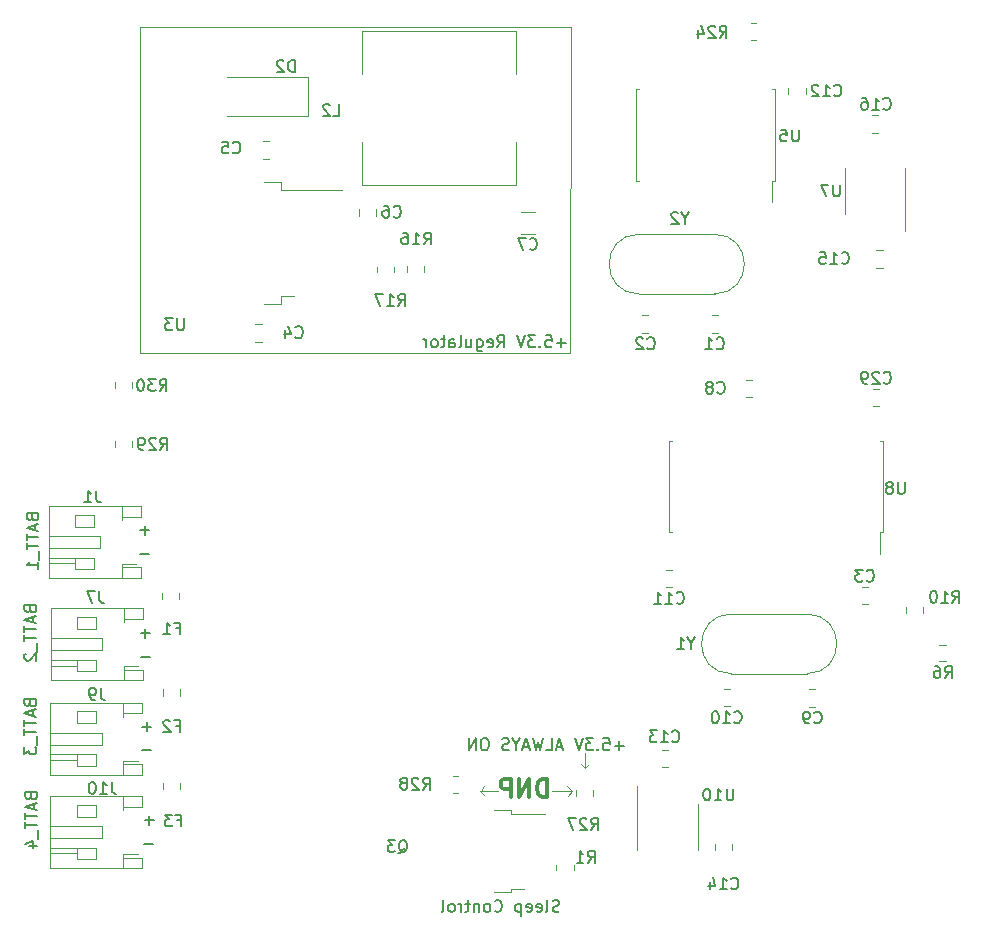
<source format=gbr>
G04 #@! TF.GenerationSoftware,KiCad,Pcbnew,(5.1.6)-1*
G04 #@! TF.CreationDate,2021-11-02T10:07:08-04:00*
G04 #@! TF.ProjectId,payload2020_papa_board,7061796c-6f61-4643-9230-32305f706170,rev?*
G04 #@! TF.SameCoordinates,Original*
G04 #@! TF.FileFunction,Legend,Bot*
G04 #@! TF.FilePolarity,Positive*
%FSLAX46Y46*%
G04 Gerber Fmt 4.6, Leading zero omitted, Abs format (unit mm)*
G04 Created by KiCad (PCBNEW (5.1.6)-1) date 2021-11-02 10:07:08*
%MOMM*%
%LPD*%
G01*
G04 APERTURE LIST*
%ADD10C,0.150000*%
%ADD11C,0.120000*%
%ADD12C,0.300000*%
G04 APERTURE END LIST*
D10*
X113029952Y-136469428D02*
X112268047Y-136469428D01*
X112649000Y-136850380D02*
X112649000Y-136088476D01*
X113004552Y-138450628D02*
X112242647Y-138450628D01*
X112801352Y-130500428D02*
X112039447Y-130500428D01*
X112826752Y-128519228D02*
X112064847Y-128519228D01*
X112445800Y-128900180D02*
X112445800Y-128138276D01*
X112699752Y-122601028D02*
X111937847Y-122601028D01*
X112725152Y-120619828D02*
X111963247Y-120619828D01*
X112344200Y-121000780D02*
X112344200Y-120238876D01*
X112623552Y-113888828D02*
X111861647Y-113888828D01*
X112648952Y-111907628D02*
X111887047Y-111907628D01*
X112268000Y-112288580D02*
X112268000Y-111526676D01*
D11*
X149539960Y-132031740D02*
X149857460Y-131681220D01*
X149539960Y-132021580D02*
X149212300Y-131660900D01*
X149534880Y-130738880D02*
X149539960Y-132021580D01*
D10*
X152826219Y-130129588D02*
X152064314Y-130129588D01*
X152445266Y-130510540D02*
X152445266Y-129748636D01*
X151111933Y-129510540D02*
X151588123Y-129510540D01*
X151635742Y-129986731D01*
X151588123Y-129939112D01*
X151492885Y-129891493D01*
X151254790Y-129891493D01*
X151159552Y-129939112D01*
X151111933Y-129986731D01*
X151064314Y-130081969D01*
X151064314Y-130320064D01*
X151111933Y-130415302D01*
X151159552Y-130462921D01*
X151254790Y-130510540D01*
X151492885Y-130510540D01*
X151588123Y-130462921D01*
X151635742Y-130415302D01*
X150635742Y-130415302D02*
X150588123Y-130462921D01*
X150635742Y-130510540D01*
X150683361Y-130462921D01*
X150635742Y-130415302D01*
X150635742Y-130510540D01*
X150254790Y-129510540D02*
X149635742Y-129510540D01*
X149969076Y-129891493D01*
X149826219Y-129891493D01*
X149730980Y-129939112D01*
X149683361Y-129986731D01*
X149635742Y-130081969D01*
X149635742Y-130320064D01*
X149683361Y-130415302D01*
X149730980Y-130462921D01*
X149826219Y-130510540D01*
X150111933Y-130510540D01*
X150207171Y-130462921D01*
X150254790Y-130415302D01*
X149350028Y-129510540D02*
X149016695Y-130510540D01*
X148683361Y-129510540D01*
X147635742Y-130224826D02*
X147159552Y-130224826D01*
X147730980Y-130510540D02*
X147397647Y-129510540D01*
X147064314Y-130510540D01*
X146254790Y-130510540D02*
X146730980Y-130510540D01*
X146730980Y-129510540D01*
X146016695Y-129510540D02*
X145778600Y-130510540D01*
X145588123Y-129796255D01*
X145397647Y-130510540D01*
X145159552Y-129510540D01*
X144826219Y-130224826D02*
X144350028Y-130224826D01*
X144921457Y-130510540D02*
X144588123Y-129510540D01*
X144254790Y-130510540D01*
X143730980Y-130034350D02*
X143730980Y-130510540D01*
X144064314Y-129510540D02*
X143730980Y-130034350D01*
X143397647Y-129510540D01*
X143111933Y-130462921D02*
X142969076Y-130510540D01*
X142730980Y-130510540D01*
X142635742Y-130462921D01*
X142588123Y-130415302D01*
X142540504Y-130320064D01*
X142540504Y-130224826D01*
X142588123Y-130129588D01*
X142635742Y-130081969D01*
X142730980Y-130034350D01*
X142921457Y-129986731D01*
X143016695Y-129939112D01*
X143064314Y-129891493D01*
X143111933Y-129796255D01*
X143111933Y-129701017D01*
X143064314Y-129605779D01*
X143016695Y-129558160D01*
X142921457Y-129510540D01*
X142683361Y-129510540D01*
X142540504Y-129558160D01*
X141159552Y-129510540D02*
X140969076Y-129510540D01*
X140873838Y-129558160D01*
X140778600Y-129653398D01*
X140730980Y-129843874D01*
X140730980Y-130177207D01*
X140778600Y-130367683D01*
X140873838Y-130462921D01*
X140969076Y-130510540D01*
X141159552Y-130510540D01*
X141254790Y-130462921D01*
X141350028Y-130367683D01*
X141397647Y-130177207D01*
X141397647Y-129843874D01*
X141350028Y-129653398D01*
X141254790Y-129558160D01*
X141159552Y-129510540D01*
X140302409Y-130510540D02*
X140302409Y-129510540D01*
X139730980Y-130510540D01*
X139730980Y-129510540D01*
D11*
X148427440Y-133949440D02*
X148102320Y-134406640D01*
X148046440Y-133568440D02*
X148427440Y-133949440D01*
X148427440Y-133949440D02*
X148046440Y-133568440D01*
X146743420Y-133954520D02*
X148427440Y-133949440D01*
X140693140Y-133934200D02*
X141033500Y-134315200D01*
X140713460Y-133934200D02*
X140992860Y-133573520D01*
X142184120Y-133936740D02*
X140713460Y-133934200D01*
D12*
X146332571Y-134476571D02*
X146332571Y-132976571D01*
X145975428Y-132976571D01*
X145761142Y-133048000D01*
X145618285Y-133190857D01*
X145546857Y-133333714D01*
X145475428Y-133619428D01*
X145475428Y-133833714D01*
X145546857Y-134119428D01*
X145618285Y-134262285D01*
X145761142Y-134405142D01*
X145975428Y-134476571D01*
X146332571Y-134476571D01*
X144832571Y-134476571D02*
X144832571Y-132976571D01*
X143975428Y-134476571D01*
X143975428Y-132976571D01*
X143261142Y-134476571D02*
X143261142Y-132976571D01*
X142689714Y-132976571D01*
X142546857Y-133048000D01*
X142475428Y-133119428D01*
X142404000Y-133262285D01*
X142404000Y-133476571D01*
X142475428Y-133619428D01*
X142546857Y-133690857D01*
X142689714Y-133762285D01*
X143261142Y-133762285D01*
D11*
X148336000Y-69296280D02*
X148315680Y-96860360D01*
D10*
X147381380Y-144152761D02*
X147238523Y-144200380D01*
X147000428Y-144200380D01*
X146905190Y-144152761D01*
X146857571Y-144105142D01*
X146809952Y-144009904D01*
X146809952Y-143914666D01*
X146857571Y-143819428D01*
X146905190Y-143771809D01*
X147000428Y-143724190D01*
X147190904Y-143676571D01*
X147286142Y-143628952D01*
X147333761Y-143581333D01*
X147381380Y-143486095D01*
X147381380Y-143390857D01*
X147333761Y-143295619D01*
X147286142Y-143248000D01*
X147190904Y-143200380D01*
X146952809Y-143200380D01*
X146809952Y-143248000D01*
X146238523Y-144200380D02*
X146333761Y-144152761D01*
X146381380Y-144057523D01*
X146381380Y-143200380D01*
X145476619Y-144152761D02*
X145571857Y-144200380D01*
X145762333Y-144200380D01*
X145857571Y-144152761D01*
X145905190Y-144057523D01*
X145905190Y-143676571D01*
X145857571Y-143581333D01*
X145762333Y-143533714D01*
X145571857Y-143533714D01*
X145476619Y-143581333D01*
X145429000Y-143676571D01*
X145429000Y-143771809D01*
X145905190Y-143867047D01*
X144619476Y-144152761D02*
X144714714Y-144200380D01*
X144905190Y-144200380D01*
X145000428Y-144152761D01*
X145048047Y-144057523D01*
X145048047Y-143676571D01*
X145000428Y-143581333D01*
X144905190Y-143533714D01*
X144714714Y-143533714D01*
X144619476Y-143581333D01*
X144571857Y-143676571D01*
X144571857Y-143771809D01*
X145048047Y-143867047D01*
X144143285Y-143533714D02*
X144143285Y-144533714D01*
X144143285Y-143581333D02*
X144048047Y-143533714D01*
X143857571Y-143533714D01*
X143762333Y-143581333D01*
X143714714Y-143628952D01*
X143667095Y-143724190D01*
X143667095Y-144009904D01*
X143714714Y-144105142D01*
X143762333Y-144152761D01*
X143857571Y-144200380D01*
X144048047Y-144200380D01*
X144143285Y-144152761D01*
X141905190Y-144105142D02*
X141952809Y-144152761D01*
X142095666Y-144200380D01*
X142190904Y-144200380D01*
X142333761Y-144152761D01*
X142429000Y-144057523D01*
X142476619Y-143962285D01*
X142524238Y-143771809D01*
X142524238Y-143628952D01*
X142476619Y-143438476D01*
X142429000Y-143343238D01*
X142333761Y-143248000D01*
X142190904Y-143200380D01*
X142095666Y-143200380D01*
X141952809Y-143248000D01*
X141905190Y-143295619D01*
X141333761Y-144200380D02*
X141429000Y-144152761D01*
X141476619Y-144105142D01*
X141524238Y-144009904D01*
X141524238Y-143724190D01*
X141476619Y-143628952D01*
X141429000Y-143581333D01*
X141333761Y-143533714D01*
X141190904Y-143533714D01*
X141095666Y-143581333D01*
X141048047Y-143628952D01*
X141000428Y-143724190D01*
X141000428Y-144009904D01*
X141048047Y-144105142D01*
X141095666Y-144152761D01*
X141190904Y-144200380D01*
X141333761Y-144200380D01*
X140571857Y-143533714D02*
X140571857Y-144200380D01*
X140571857Y-143628952D02*
X140524238Y-143581333D01*
X140429000Y-143533714D01*
X140286142Y-143533714D01*
X140190904Y-143581333D01*
X140143285Y-143676571D01*
X140143285Y-144200380D01*
X139809952Y-143533714D02*
X139429000Y-143533714D01*
X139667095Y-143200380D02*
X139667095Y-144057523D01*
X139619476Y-144152761D01*
X139524238Y-144200380D01*
X139429000Y-144200380D01*
X139095666Y-144200380D02*
X139095666Y-143533714D01*
X139095666Y-143724190D02*
X139048047Y-143628952D01*
X139000428Y-143581333D01*
X138905190Y-143533714D01*
X138809952Y-143533714D01*
X138333761Y-144200380D02*
X138429000Y-144152761D01*
X138476619Y-144105142D01*
X138524238Y-144009904D01*
X138524238Y-143724190D01*
X138476619Y-143628952D01*
X138429000Y-143581333D01*
X138333761Y-143533714D01*
X138190904Y-143533714D01*
X138095666Y-143581333D01*
X138048047Y-143628952D01*
X138000428Y-143724190D01*
X138000428Y-144009904D01*
X138048047Y-144105142D01*
X138095666Y-144152761D01*
X138190904Y-144200380D01*
X138333761Y-144200380D01*
X137429000Y-144200380D02*
X137524238Y-144152761D01*
X137571857Y-144057523D01*
X137571857Y-143200380D01*
D11*
X148336000Y-69296280D02*
X111861600Y-69291200D01*
X111861600Y-96850200D02*
X148310600Y-96865440D01*
X111861600Y-69291200D02*
X111861600Y-96850200D01*
D10*
X102633471Y-134431969D02*
X102681090Y-134574826D01*
X102728709Y-134622445D01*
X102823947Y-134670064D01*
X102966804Y-134670064D01*
X103062042Y-134622445D01*
X103109661Y-134574826D01*
X103157280Y-134479588D01*
X103157280Y-134098636D01*
X102157280Y-134098636D01*
X102157280Y-134431969D01*
X102204900Y-134527207D01*
X102252519Y-134574826D01*
X102347757Y-134622445D01*
X102442995Y-134622445D01*
X102538233Y-134574826D01*
X102585852Y-134527207D01*
X102633471Y-134431969D01*
X102633471Y-134098636D01*
X102871566Y-135051017D02*
X102871566Y-135527207D01*
X103157280Y-134955779D02*
X102157280Y-135289112D01*
X103157280Y-135622445D01*
X102157280Y-135812921D02*
X102157280Y-136384350D01*
X103157280Y-136098636D02*
X102157280Y-136098636D01*
X102157280Y-136574826D02*
X102157280Y-137146255D01*
X103157280Y-136860540D02*
X102157280Y-136860540D01*
X103252519Y-137241493D02*
X103252519Y-138003398D01*
X102490614Y-138670064D02*
X103157280Y-138670064D01*
X102109661Y-138431969D02*
X102823947Y-138193874D01*
X102823947Y-138812921D01*
X102562351Y-126547809D02*
X102609970Y-126690666D01*
X102657589Y-126738285D01*
X102752827Y-126785904D01*
X102895684Y-126785904D01*
X102990922Y-126738285D01*
X103038541Y-126690666D01*
X103086160Y-126595428D01*
X103086160Y-126214476D01*
X102086160Y-126214476D01*
X102086160Y-126547809D01*
X102133780Y-126643047D01*
X102181399Y-126690666D01*
X102276637Y-126738285D01*
X102371875Y-126738285D01*
X102467113Y-126690666D01*
X102514732Y-126643047D01*
X102562351Y-126547809D01*
X102562351Y-126214476D01*
X102800446Y-127166857D02*
X102800446Y-127643047D01*
X103086160Y-127071619D02*
X102086160Y-127404952D01*
X103086160Y-127738285D01*
X102086160Y-127928761D02*
X102086160Y-128500190D01*
X103086160Y-128214476D02*
X102086160Y-128214476D01*
X102086160Y-128690666D02*
X102086160Y-129262095D01*
X103086160Y-128976380D02*
X102086160Y-128976380D01*
X103181399Y-129357333D02*
X103181399Y-130119238D01*
X102086160Y-130262095D02*
X102086160Y-130881142D01*
X102467113Y-130547809D01*
X102467113Y-130690666D01*
X102514732Y-130785904D01*
X102562351Y-130833523D01*
X102657589Y-130881142D01*
X102895684Y-130881142D01*
X102990922Y-130833523D01*
X103038541Y-130785904D01*
X103086160Y-130690666D01*
X103086160Y-130404952D01*
X103038541Y-130309714D01*
X102990922Y-130262095D01*
X102577591Y-118595069D02*
X102625210Y-118737926D01*
X102672829Y-118785545D01*
X102768067Y-118833164D01*
X102910924Y-118833164D01*
X103006162Y-118785545D01*
X103053781Y-118737926D01*
X103101400Y-118642688D01*
X103101400Y-118261736D01*
X102101400Y-118261736D01*
X102101400Y-118595069D01*
X102149020Y-118690307D01*
X102196639Y-118737926D01*
X102291877Y-118785545D01*
X102387115Y-118785545D01*
X102482353Y-118737926D01*
X102529972Y-118690307D01*
X102577591Y-118595069D01*
X102577591Y-118261736D01*
X102815686Y-119214117D02*
X102815686Y-119690307D01*
X103101400Y-119118879D02*
X102101400Y-119452212D01*
X103101400Y-119785545D01*
X102101400Y-119976021D02*
X102101400Y-120547450D01*
X103101400Y-120261736D02*
X102101400Y-120261736D01*
X102101400Y-120737926D02*
X102101400Y-121309355D01*
X103101400Y-121023640D02*
X102101400Y-121023640D01*
X103196639Y-121404593D02*
X103196639Y-122166498D01*
X102196639Y-122356974D02*
X102149020Y-122404593D01*
X102101400Y-122499831D01*
X102101400Y-122737926D01*
X102149020Y-122833164D01*
X102196639Y-122880783D01*
X102291877Y-122928402D01*
X102387115Y-122928402D01*
X102529972Y-122880783D01*
X103101400Y-122309355D01*
X103101400Y-122928402D01*
X102747771Y-110809969D02*
X102795390Y-110952826D01*
X102843009Y-111000445D01*
X102938247Y-111048064D01*
X103081104Y-111048064D01*
X103176342Y-111000445D01*
X103223961Y-110952826D01*
X103271580Y-110857588D01*
X103271580Y-110476636D01*
X102271580Y-110476636D01*
X102271580Y-110809969D01*
X102319200Y-110905207D01*
X102366819Y-110952826D01*
X102462057Y-111000445D01*
X102557295Y-111000445D01*
X102652533Y-110952826D01*
X102700152Y-110905207D01*
X102747771Y-110809969D01*
X102747771Y-110476636D01*
X102985866Y-111429017D02*
X102985866Y-111905207D01*
X103271580Y-111333779D02*
X102271580Y-111667112D01*
X103271580Y-112000445D01*
X102271580Y-112190921D02*
X102271580Y-112762350D01*
X103271580Y-112476636D02*
X102271580Y-112476636D01*
X102271580Y-112952826D02*
X102271580Y-113524255D01*
X103271580Y-113238540D02*
X102271580Y-113238540D01*
X103366819Y-113619493D02*
X103366819Y-114381398D01*
X103271580Y-115143302D02*
X103271580Y-114571874D01*
X103271580Y-114857588D02*
X102271580Y-114857588D01*
X102414438Y-114762350D01*
X102509676Y-114667112D01*
X102557295Y-114571874D01*
X147930190Y-96019428D02*
X147168285Y-96019428D01*
X147549238Y-96400380D02*
X147549238Y-95638476D01*
X146215904Y-95400380D02*
X146692095Y-95400380D01*
X146739714Y-95876571D01*
X146692095Y-95828952D01*
X146596857Y-95781333D01*
X146358761Y-95781333D01*
X146263523Y-95828952D01*
X146215904Y-95876571D01*
X146168285Y-95971809D01*
X146168285Y-96209904D01*
X146215904Y-96305142D01*
X146263523Y-96352761D01*
X146358761Y-96400380D01*
X146596857Y-96400380D01*
X146692095Y-96352761D01*
X146739714Y-96305142D01*
X145739714Y-96305142D02*
X145692095Y-96352761D01*
X145739714Y-96400380D01*
X145787333Y-96352761D01*
X145739714Y-96305142D01*
X145739714Y-96400380D01*
X145358761Y-95400380D02*
X144739714Y-95400380D01*
X145073047Y-95781333D01*
X144930190Y-95781333D01*
X144834952Y-95828952D01*
X144787333Y-95876571D01*
X144739714Y-95971809D01*
X144739714Y-96209904D01*
X144787333Y-96305142D01*
X144834952Y-96352761D01*
X144930190Y-96400380D01*
X145215904Y-96400380D01*
X145311142Y-96352761D01*
X145358761Y-96305142D01*
X144454000Y-95400380D02*
X144120666Y-96400380D01*
X143787333Y-95400380D01*
X142120666Y-96400380D02*
X142454000Y-95924190D01*
X142692095Y-96400380D02*
X142692095Y-95400380D01*
X142311142Y-95400380D01*
X142215904Y-95448000D01*
X142168285Y-95495619D01*
X142120666Y-95590857D01*
X142120666Y-95733714D01*
X142168285Y-95828952D01*
X142215904Y-95876571D01*
X142311142Y-95924190D01*
X142692095Y-95924190D01*
X141311142Y-96352761D02*
X141406380Y-96400380D01*
X141596857Y-96400380D01*
X141692095Y-96352761D01*
X141739714Y-96257523D01*
X141739714Y-95876571D01*
X141692095Y-95781333D01*
X141596857Y-95733714D01*
X141406380Y-95733714D01*
X141311142Y-95781333D01*
X141263523Y-95876571D01*
X141263523Y-95971809D01*
X141739714Y-96067047D01*
X140406380Y-95733714D02*
X140406380Y-96543238D01*
X140454000Y-96638476D01*
X140501619Y-96686095D01*
X140596857Y-96733714D01*
X140739714Y-96733714D01*
X140834952Y-96686095D01*
X140406380Y-96352761D02*
X140501619Y-96400380D01*
X140692095Y-96400380D01*
X140787333Y-96352761D01*
X140834952Y-96305142D01*
X140882571Y-96209904D01*
X140882571Y-95924190D01*
X140834952Y-95828952D01*
X140787333Y-95781333D01*
X140692095Y-95733714D01*
X140501619Y-95733714D01*
X140406380Y-95781333D01*
X139501619Y-95733714D02*
X139501619Y-96400380D01*
X139930190Y-95733714D02*
X139930190Y-96257523D01*
X139882571Y-96352761D01*
X139787333Y-96400380D01*
X139644476Y-96400380D01*
X139549238Y-96352761D01*
X139501619Y-96305142D01*
X138882571Y-96400380D02*
X138977809Y-96352761D01*
X139025428Y-96257523D01*
X139025428Y-95400380D01*
X138073047Y-96400380D02*
X138073047Y-95876571D01*
X138120666Y-95781333D01*
X138215904Y-95733714D01*
X138406380Y-95733714D01*
X138501619Y-95781333D01*
X138073047Y-96352761D02*
X138168285Y-96400380D01*
X138406380Y-96400380D01*
X138501619Y-96352761D01*
X138549238Y-96257523D01*
X138549238Y-96162285D01*
X138501619Y-96067047D01*
X138406380Y-96019428D01*
X138168285Y-96019428D01*
X138073047Y-95971809D01*
X137739714Y-95733714D02*
X137358761Y-95733714D01*
X137596857Y-95400380D02*
X137596857Y-96257523D01*
X137549238Y-96352761D01*
X137454000Y-96400380D01*
X137358761Y-96400380D01*
X136882571Y-96400380D02*
X136977809Y-96352761D01*
X137025428Y-96305142D01*
X137073047Y-96209904D01*
X137073047Y-95924190D01*
X137025428Y-95828952D01*
X136977809Y-95781333D01*
X136882571Y-95733714D01*
X136739714Y-95733714D01*
X136644476Y-95781333D01*
X136596857Y-95828952D01*
X136549238Y-95924190D01*
X136549238Y-96209904D01*
X136596857Y-96305142D01*
X136644476Y-96352761D01*
X136739714Y-96400380D01*
X136882571Y-96400380D01*
X136120666Y-96400380D02*
X136120666Y-95733714D01*
X136120666Y-95924190D02*
X136073047Y-95828952D01*
X136025428Y-95781333D01*
X135930190Y-95733714D01*
X135834952Y-95733714D01*
D11*
X144098336Y-86796800D02*
X145302464Y-86796800D01*
X144098336Y-84976800D02*
X145302464Y-84976800D01*
X156661440Y-108223560D02*
X156661440Y-104363560D01*
X156661440Y-104363560D02*
X156906440Y-104363560D01*
X156661440Y-108223560D02*
X156661440Y-112083560D01*
X156661440Y-112083560D02*
X156906440Y-112083560D01*
X174781440Y-108223560D02*
X174781440Y-104363560D01*
X174781440Y-104363560D02*
X174536440Y-104363560D01*
X174781440Y-108223560D02*
X174781440Y-112083560D01*
X174781440Y-112083560D02*
X174536440Y-112083560D01*
X174536440Y-112083560D02*
X174536440Y-113898560D01*
X176756400Y-118391548D02*
X176756400Y-118914052D01*
X178176400Y-118391548D02*
X178176400Y-118914052D01*
X180085932Y-122989920D02*
X179563428Y-122989920D01*
X180085932Y-121569920D02*
X179563428Y-121569920D01*
X174467452Y-99959600D02*
X173944948Y-99959600D01*
X174467452Y-101379600D02*
X173944948Y-101379600D01*
X156418948Y-116721200D02*
X156941452Y-116721200D01*
X156418948Y-115301200D02*
X156941452Y-115301200D01*
X163686532Y-99167120D02*
X163164028Y-99167120D01*
X163686532Y-100587120D02*
X163164028Y-100587120D01*
X173502252Y-116723600D02*
X172979748Y-116723600D01*
X173502252Y-118143600D02*
X172979748Y-118143600D01*
X109755000Y-99811064D02*
X109755000Y-99356936D01*
X111225000Y-99811064D02*
X111225000Y-99356936D01*
X109755000Y-104814864D02*
X109755000Y-104360736D01*
X111225000Y-104814864D02*
X111225000Y-104360736D01*
X138815304Y-134133260D02*
X138361176Y-134133260D01*
X138815304Y-132663260D02*
X138361176Y-132663260D01*
X148771940Y-134373864D02*
X148771940Y-133919736D01*
X150241940Y-134373864D02*
X150241940Y-133919736D01*
X148585000Y-140673064D02*
X148585000Y-140218936D01*
X147115000Y-140673064D02*
X147115000Y-140218936D01*
X159112900Y-136982200D02*
X159112900Y-138932200D01*
X159112900Y-136982200D02*
X159112900Y-135032200D01*
X153992900Y-136982200D02*
X153992900Y-138932200D01*
X153992900Y-136982200D02*
X153992900Y-133532200D01*
X123850800Y-92089200D02*
X124950800Y-92089200D01*
X123850800Y-92779200D02*
X123850800Y-92089200D01*
X122350800Y-92779200D02*
X123850800Y-92779200D01*
X123850800Y-83069200D02*
X128975800Y-83069200D01*
X123850800Y-82379200D02*
X123850800Y-83069200D01*
X122350800Y-82379200D02*
X123850800Y-82379200D01*
X160526000Y-91882200D02*
X154126000Y-91882200D01*
X160526000Y-86832200D02*
X154126000Y-86832200D01*
X154126000Y-91882200D02*
G75*
G02*
X154126000Y-86832200I0J2525000D01*
G01*
X160526000Y-91882200D02*
G75*
G03*
X160526000Y-86832200I0J2525000D01*
G01*
X168349200Y-124038600D02*
X161949200Y-124038600D01*
X168349200Y-118988600D02*
X161949200Y-118988600D01*
X161949200Y-124038600D02*
G75*
G02*
X161949200Y-118988600I0J2525000D01*
G01*
X168349200Y-124038600D02*
G75*
G03*
X168349200Y-118988600I0J2525000D01*
G01*
X176677000Y-83134200D02*
X176677000Y-86584200D01*
X176677000Y-83134200D02*
X176677000Y-81184200D01*
X171557000Y-83134200D02*
X171557000Y-85084200D01*
X171557000Y-83134200D02*
X171557000Y-81184200D01*
X165406000Y-82295200D02*
X165406000Y-84110200D01*
X165651000Y-82295200D02*
X165406000Y-82295200D01*
X165651000Y-78435200D02*
X165651000Y-82295200D01*
X165651000Y-74575200D02*
X165406000Y-74575200D01*
X165651000Y-78435200D02*
X165651000Y-74575200D01*
X153881000Y-82295200D02*
X154126000Y-82295200D01*
X153881000Y-78435200D02*
X153881000Y-82295200D01*
X153881000Y-74575200D02*
X154126000Y-74575200D01*
X153881000Y-78435200D02*
X153881000Y-74575200D01*
X164067224Y-70386880D02*
X163613096Y-70386880D01*
X164067224Y-68916880D02*
X163613096Y-68916880D01*
X131939360Y-90055944D02*
X131939360Y-89601816D01*
X133409360Y-90055944D02*
X133409360Y-89601816D01*
X134476820Y-90016824D02*
X134476820Y-89562696D01*
X135946820Y-90016824D02*
X135946820Y-89562696D01*
X143313000Y-142245000D02*
X144413000Y-142245000D01*
X143313000Y-142515000D02*
X143313000Y-142245000D01*
X141813000Y-142515000D02*
X143313000Y-142515000D01*
X143313000Y-135885000D02*
X146143000Y-135885000D01*
X143313000Y-135615000D02*
X143313000Y-135885000D01*
X141813000Y-135615000D02*
X143313000Y-135615000D01*
X143677600Y-82649200D02*
X143677600Y-79049200D01*
X130677600Y-82649200D02*
X143677600Y-82649200D01*
X130677600Y-79049200D02*
X130677600Y-82649200D01*
X143677600Y-69649200D02*
X143677600Y-73249200D01*
X130677600Y-69649200D02*
X143677600Y-69649200D01*
X130677600Y-73249200D02*
X130677600Y-69649200D01*
X110482080Y-139323020D02*
X111697080Y-139323020D01*
X106522080Y-139263020D02*
X104262080Y-139263020D01*
X106522080Y-138763020D02*
X104262080Y-138763020D01*
X108122080Y-136163020D02*
X108122080Y-135163020D01*
X106522080Y-136163020D02*
X108122080Y-136163020D01*
X106522080Y-135163020D02*
X106522080Y-136163020D01*
X108122080Y-135163020D02*
X106522080Y-135163020D01*
X108122080Y-138763020D02*
X108122080Y-139763020D01*
X106522080Y-138763020D02*
X108122080Y-138763020D01*
X106522080Y-139763020D02*
X106522080Y-138763020D01*
X108122080Y-139763020D02*
X106522080Y-139763020D01*
X110482080Y-134403020D02*
X110482080Y-135323020D01*
X110482080Y-140523020D02*
X110482080Y-139603020D01*
X108622080Y-136963020D02*
X104262080Y-136963020D01*
X108622080Y-137963020D02*
X108622080Y-136963020D01*
X104262080Y-137963020D02*
X108622080Y-137963020D01*
X110482080Y-135323020D02*
X110482080Y-135603020D01*
X112082080Y-135323020D02*
X110482080Y-135323020D01*
X112082080Y-134403020D02*
X112082080Y-135323020D01*
X104262080Y-134403020D02*
X112082080Y-134403020D01*
X104262080Y-140523020D02*
X104262080Y-134403020D01*
X112082080Y-140523020D02*
X104262080Y-140523020D01*
X112082080Y-139603020D02*
X112082080Y-140523020D01*
X110482080Y-139603020D02*
X112082080Y-139603020D01*
X110482080Y-139323020D02*
X110482080Y-139603020D01*
X110482080Y-131400760D02*
X111697080Y-131400760D01*
X106522080Y-131340760D02*
X104262080Y-131340760D01*
X106522080Y-130840760D02*
X104262080Y-130840760D01*
X108122080Y-128240760D02*
X108122080Y-127240760D01*
X106522080Y-128240760D02*
X108122080Y-128240760D01*
X106522080Y-127240760D02*
X106522080Y-128240760D01*
X108122080Y-127240760D02*
X106522080Y-127240760D01*
X108122080Y-130840760D02*
X108122080Y-131840760D01*
X106522080Y-130840760D02*
X108122080Y-130840760D01*
X106522080Y-131840760D02*
X106522080Y-130840760D01*
X108122080Y-131840760D02*
X106522080Y-131840760D01*
X110482080Y-126480760D02*
X110482080Y-127400760D01*
X110482080Y-132600760D02*
X110482080Y-131680760D01*
X108622080Y-129040760D02*
X104262080Y-129040760D01*
X108622080Y-130040760D02*
X108622080Y-129040760D01*
X104262080Y-130040760D02*
X108622080Y-130040760D01*
X110482080Y-127400760D02*
X110482080Y-127680760D01*
X112082080Y-127400760D02*
X110482080Y-127400760D01*
X112082080Y-126480760D02*
X112082080Y-127400760D01*
X104262080Y-126480760D02*
X112082080Y-126480760D01*
X104262080Y-132600760D02*
X104262080Y-126480760D01*
X112082080Y-132600760D02*
X104262080Y-132600760D01*
X112082080Y-131680760D02*
X112082080Y-132600760D01*
X110482080Y-131680760D02*
X112082080Y-131680760D01*
X110482080Y-131400760D02*
X110482080Y-131680760D01*
X110525260Y-123409920D02*
X111740260Y-123409920D01*
X106565260Y-123349920D02*
X104305260Y-123349920D01*
X106565260Y-122849920D02*
X104305260Y-122849920D01*
X108165260Y-120249920D02*
X108165260Y-119249920D01*
X106565260Y-120249920D02*
X108165260Y-120249920D01*
X106565260Y-119249920D02*
X106565260Y-120249920D01*
X108165260Y-119249920D02*
X106565260Y-119249920D01*
X108165260Y-122849920D02*
X108165260Y-123849920D01*
X106565260Y-122849920D02*
X108165260Y-122849920D01*
X106565260Y-123849920D02*
X106565260Y-122849920D01*
X108165260Y-123849920D02*
X106565260Y-123849920D01*
X110525260Y-118489920D02*
X110525260Y-119409920D01*
X110525260Y-124609920D02*
X110525260Y-123689920D01*
X108665260Y-121049920D02*
X104305260Y-121049920D01*
X108665260Y-122049920D02*
X108665260Y-121049920D01*
X104305260Y-122049920D02*
X108665260Y-122049920D01*
X110525260Y-119409920D02*
X110525260Y-119689920D01*
X112125260Y-119409920D02*
X110525260Y-119409920D01*
X112125260Y-118489920D02*
X112125260Y-119409920D01*
X104305260Y-118489920D02*
X112125260Y-118489920D01*
X104305260Y-124609920D02*
X104305260Y-118489920D01*
X112125260Y-124609920D02*
X104305260Y-124609920D01*
X112125260Y-123689920D02*
X112125260Y-124609920D01*
X110525260Y-123689920D02*
X112125260Y-123689920D01*
X110525260Y-123409920D02*
X110525260Y-123689920D01*
X110362700Y-114766300D02*
X111577700Y-114766300D01*
X106402700Y-114706300D02*
X104142700Y-114706300D01*
X106402700Y-114206300D02*
X104142700Y-114206300D01*
X108002700Y-111606300D02*
X108002700Y-110606300D01*
X106402700Y-111606300D02*
X108002700Y-111606300D01*
X106402700Y-110606300D02*
X106402700Y-111606300D01*
X108002700Y-110606300D02*
X106402700Y-110606300D01*
X108002700Y-114206300D02*
X108002700Y-115206300D01*
X106402700Y-114206300D02*
X108002700Y-114206300D01*
X106402700Y-115206300D02*
X106402700Y-114206300D01*
X108002700Y-115206300D02*
X106402700Y-115206300D01*
X110362700Y-109846300D02*
X110362700Y-110766300D01*
X110362700Y-115966300D02*
X110362700Y-115046300D01*
X108502700Y-112406300D02*
X104142700Y-112406300D01*
X108502700Y-113406300D02*
X108502700Y-112406300D01*
X104142700Y-113406300D02*
X108502700Y-113406300D01*
X110362700Y-110766300D02*
X110362700Y-111046300D01*
X111962700Y-110766300D02*
X110362700Y-110766300D01*
X111962700Y-109846300D02*
X111962700Y-110766300D01*
X104142700Y-109846300D02*
X111962700Y-109846300D01*
X104142700Y-115966300D02*
X104142700Y-109846300D01*
X111962700Y-115966300D02*
X104142700Y-115966300D01*
X111962700Y-115046300D02*
X111962700Y-115966300D01*
X110362700Y-115046300D02*
X111962700Y-115046300D01*
X110362700Y-114766300D02*
X110362700Y-115046300D01*
X115279240Y-133274168D02*
X115279240Y-133796672D01*
X113859240Y-133274168D02*
X113859240Y-133796672D01*
X115279240Y-125365768D02*
X115279240Y-125888272D01*
X113859240Y-125365768D02*
X113859240Y-125888272D01*
X115203040Y-117235228D02*
X115203040Y-117757732D01*
X113783040Y-117235228D02*
X113783040Y-117757732D01*
X126127600Y-73483200D02*
X119227600Y-73483200D01*
X126127600Y-76783200D02*
X119227600Y-76783200D01*
X126127600Y-73483200D02*
X126127600Y-76783200D01*
X173872348Y-76752780D02*
X174394852Y-76752780D01*
X173872348Y-78222780D02*
X174394852Y-78222780D01*
X174237248Y-88199800D02*
X174759752Y-88199800D01*
X174237248Y-89669800D02*
X174759752Y-89669800D01*
X160544840Y-138941352D02*
X160544840Y-138418848D01*
X162014840Y-138941352D02*
X162014840Y-138418848D01*
X156576752Y-131976800D02*
X156054248Y-131976800D01*
X156576752Y-130506800D02*
X156054248Y-130506800D01*
X168245460Y-74433708D02*
X168245460Y-74956212D01*
X166775460Y-74433708D02*
X166775460Y-74956212D01*
X161809152Y-126769800D02*
X161286648Y-126769800D01*
X161809152Y-125299800D02*
X161286648Y-125299800D01*
X168543248Y-125376000D02*
X169065752Y-125376000D01*
X168543248Y-126846000D02*
X169065752Y-126846000D01*
X131900600Y-84725788D02*
X131900600Y-85248292D01*
X130430600Y-84725788D02*
X130430600Y-85248292D01*
X122812352Y-80440200D02*
X122289848Y-80440200D01*
X122812352Y-78970200D02*
X122289848Y-78970200D01*
X122177352Y-95934200D02*
X121654848Y-95934200D01*
X122177352Y-94464200D02*
X121654848Y-94464200D01*
X154925752Y-95172200D02*
X154403248Y-95172200D01*
X154925752Y-93702200D02*
X154403248Y-93702200D01*
X160288248Y-93702200D02*
X160810752Y-93702200D01*
X160288248Y-95172200D02*
X160810752Y-95172200D01*
D10*
X144867066Y-88063942D02*
X144914685Y-88111561D01*
X145057542Y-88159180D01*
X145152780Y-88159180D01*
X145295638Y-88111561D01*
X145390876Y-88016323D01*
X145438495Y-87921085D01*
X145486114Y-87730609D01*
X145486114Y-87587752D01*
X145438495Y-87397276D01*
X145390876Y-87302038D01*
X145295638Y-87206800D01*
X145152780Y-87159180D01*
X145057542Y-87159180D01*
X144914685Y-87206800D01*
X144867066Y-87254419D01*
X144533733Y-87159180D02*
X143867066Y-87159180D01*
X144295638Y-88159180D01*
X176615904Y-107825380D02*
X176615904Y-108634904D01*
X176568285Y-108730142D01*
X176520666Y-108777761D01*
X176425428Y-108825380D01*
X176234952Y-108825380D01*
X176139714Y-108777761D01*
X176092095Y-108730142D01*
X176044476Y-108634904D01*
X176044476Y-107825380D01*
X175425428Y-108253952D02*
X175520666Y-108206333D01*
X175568285Y-108158714D01*
X175615904Y-108063476D01*
X175615904Y-108015857D01*
X175568285Y-107920619D01*
X175520666Y-107873000D01*
X175425428Y-107825380D01*
X175234952Y-107825380D01*
X175139714Y-107873000D01*
X175092095Y-107920619D01*
X175044476Y-108015857D01*
X175044476Y-108063476D01*
X175092095Y-108158714D01*
X175139714Y-108206333D01*
X175234952Y-108253952D01*
X175425428Y-108253952D01*
X175520666Y-108301571D01*
X175568285Y-108349190D01*
X175615904Y-108444428D01*
X175615904Y-108634904D01*
X175568285Y-108730142D01*
X175520666Y-108777761D01*
X175425428Y-108825380D01*
X175234952Y-108825380D01*
X175139714Y-108777761D01*
X175092095Y-108730142D01*
X175044476Y-108634904D01*
X175044476Y-108444428D01*
X175092095Y-108349190D01*
X175139714Y-108301571D01*
X175234952Y-108253952D01*
X180671857Y-118025380D02*
X181005190Y-117549190D01*
X181243285Y-118025380D02*
X181243285Y-117025380D01*
X180862333Y-117025380D01*
X180767095Y-117073000D01*
X180719476Y-117120619D01*
X180671857Y-117215857D01*
X180671857Y-117358714D01*
X180719476Y-117453952D01*
X180767095Y-117501571D01*
X180862333Y-117549190D01*
X181243285Y-117549190D01*
X179719476Y-118025380D02*
X180290904Y-118025380D01*
X180005190Y-118025380D02*
X180005190Y-117025380D01*
X180100428Y-117168238D01*
X180195666Y-117263476D01*
X180290904Y-117311095D01*
X179100428Y-117025380D02*
X179005190Y-117025380D01*
X178909952Y-117073000D01*
X178862333Y-117120619D01*
X178814714Y-117215857D01*
X178767095Y-117406333D01*
X178767095Y-117644428D01*
X178814714Y-117834904D01*
X178862333Y-117930142D01*
X178909952Y-117977761D01*
X179005190Y-118025380D01*
X179100428Y-118025380D01*
X179195666Y-117977761D01*
X179243285Y-117930142D01*
X179290904Y-117834904D01*
X179338523Y-117644428D01*
X179338523Y-117406333D01*
X179290904Y-117215857D01*
X179243285Y-117120619D01*
X179195666Y-117073000D01*
X179100428Y-117025380D01*
X180020666Y-124400380D02*
X180354000Y-123924190D01*
X180592095Y-124400380D02*
X180592095Y-123400380D01*
X180211142Y-123400380D01*
X180115904Y-123448000D01*
X180068285Y-123495619D01*
X180020666Y-123590857D01*
X180020666Y-123733714D01*
X180068285Y-123828952D01*
X180115904Y-123876571D01*
X180211142Y-123924190D01*
X180592095Y-123924190D01*
X179163523Y-123400380D02*
X179354000Y-123400380D01*
X179449238Y-123448000D01*
X179496857Y-123495619D01*
X179592095Y-123638476D01*
X179639714Y-123828952D01*
X179639714Y-124209904D01*
X179592095Y-124305142D01*
X179544476Y-124352761D01*
X179449238Y-124400380D01*
X179258761Y-124400380D01*
X179163523Y-124352761D01*
X179115904Y-124305142D01*
X179068285Y-124209904D01*
X179068285Y-123971809D01*
X179115904Y-123876571D01*
X179163523Y-123828952D01*
X179258761Y-123781333D01*
X179449238Y-123781333D01*
X179544476Y-123828952D01*
X179592095Y-123876571D01*
X179639714Y-123971809D01*
X174849057Y-99376742D02*
X174896676Y-99424361D01*
X175039533Y-99471980D01*
X175134771Y-99471980D01*
X175277628Y-99424361D01*
X175372866Y-99329123D01*
X175420485Y-99233885D01*
X175468104Y-99043409D01*
X175468104Y-98900552D01*
X175420485Y-98710076D01*
X175372866Y-98614838D01*
X175277628Y-98519600D01*
X175134771Y-98471980D01*
X175039533Y-98471980D01*
X174896676Y-98519600D01*
X174849057Y-98567219D01*
X174468104Y-98567219D02*
X174420485Y-98519600D01*
X174325247Y-98471980D01*
X174087152Y-98471980D01*
X173991914Y-98519600D01*
X173944295Y-98567219D01*
X173896676Y-98662457D01*
X173896676Y-98757695D01*
X173944295Y-98900552D01*
X174515723Y-99471980D01*
X173896676Y-99471980D01*
X173420485Y-99471980D02*
X173230009Y-99471980D01*
X173134771Y-99424361D01*
X173087152Y-99376742D01*
X172991914Y-99233885D01*
X172944295Y-99043409D01*
X172944295Y-98662457D01*
X172991914Y-98567219D01*
X173039533Y-98519600D01*
X173134771Y-98471980D01*
X173325247Y-98471980D01*
X173420485Y-98519600D01*
X173468104Y-98567219D01*
X173515723Y-98662457D01*
X173515723Y-98900552D01*
X173468104Y-98995790D01*
X173420485Y-99043409D01*
X173325247Y-99091028D01*
X173134771Y-99091028D01*
X173039533Y-99043409D01*
X172991914Y-98995790D01*
X172944295Y-98900552D01*
X157323057Y-118018342D02*
X157370676Y-118065961D01*
X157513533Y-118113580D01*
X157608771Y-118113580D01*
X157751628Y-118065961D01*
X157846866Y-117970723D01*
X157894485Y-117875485D01*
X157942104Y-117685009D01*
X157942104Y-117542152D01*
X157894485Y-117351676D01*
X157846866Y-117256438D01*
X157751628Y-117161200D01*
X157608771Y-117113580D01*
X157513533Y-117113580D01*
X157370676Y-117161200D01*
X157323057Y-117208819D01*
X156370676Y-118113580D02*
X156942104Y-118113580D01*
X156656390Y-118113580D02*
X156656390Y-117113580D01*
X156751628Y-117256438D01*
X156846866Y-117351676D01*
X156942104Y-117399295D01*
X155418295Y-118113580D02*
X155989723Y-118113580D01*
X155704009Y-118113580D02*
X155704009Y-117113580D01*
X155799247Y-117256438D01*
X155894485Y-117351676D01*
X155989723Y-117399295D01*
X160770666Y-100230142D02*
X160818285Y-100277761D01*
X160961142Y-100325380D01*
X161056380Y-100325380D01*
X161199238Y-100277761D01*
X161294476Y-100182523D01*
X161342095Y-100087285D01*
X161389714Y-99896809D01*
X161389714Y-99753952D01*
X161342095Y-99563476D01*
X161294476Y-99468238D01*
X161199238Y-99373000D01*
X161056380Y-99325380D01*
X160961142Y-99325380D01*
X160818285Y-99373000D01*
X160770666Y-99420619D01*
X160199238Y-99753952D02*
X160294476Y-99706333D01*
X160342095Y-99658714D01*
X160389714Y-99563476D01*
X160389714Y-99515857D01*
X160342095Y-99420619D01*
X160294476Y-99373000D01*
X160199238Y-99325380D01*
X160008761Y-99325380D01*
X159913523Y-99373000D01*
X159865904Y-99420619D01*
X159818285Y-99515857D01*
X159818285Y-99563476D01*
X159865904Y-99658714D01*
X159913523Y-99706333D01*
X160008761Y-99753952D01*
X160199238Y-99753952D01*
X160294476Y-99801571D01*
X160342095Y-99849190D01*
X160389714Y-99944428D01*
X160389714Y-100134904D01*
X160342095Y-100230142D01*
X160294476Y-100277761D01*
X160199238Y-100325380D01*
X160008761Y-100325380D01*
X159913523Y-100277761D01*
X159865904Y-100230142D01*
X159818285Y-100134904D01*
X159818285Y-99944428D01*
X159865904Y-99849190D01*
X159913523Y-99801571D01*
X160008761Y-99753952D01*
X173407666Y-116140742D02*
X173455285Y-116188361D01*
X173598142Y-116235980D01*
X173693380Y-116235980D01*
X173836238Y-116188361D01*
X173931476Y-116093123D01*
X173979095Y-115997885D01*
X174026714Y-115807409D01*
X174026714Y-115664552D01*
X173979095Y-115474076D01*
X173931476Y-115378838D01*
X173836238Y-115283600D01*
X173693380Y-115235980D01*
X173598142Y-115235980D01*
X173455285Y-115283600D01*
X173407666Y-115331219D01*
X173074333Y-115235980D02*
X172455285Y-115235980D01*
X172788619Y-115616933D01*
X172645761Y-115616933D01*
X172550523Y-115664552D01*
X172502904Y-115712171D01*
X172455285Y-115807409D01*
X172455285Y-116045504D01*
X172502904Y-116140742D01*
X172550523Y-116188361D01*
X172645761Y-116235980D01*
X172931476Y-116235980D01*
X173026714Y-116188361D01*
X173074333Y-116140742D01*
X113545857Y-100096580D02*
X113879190Y-99620390D01*
X114117285Y-100096580D02*
X114117285Y-99096580D01*
X113736333Y-99096580D01*
X113641095Y-99144200D01*
X113593476Y-99191819D01*
X113545857Y-99287057D01*
X113545857Y-99429914D01*
X113593476Y-99525152D01*
X113641095Y-99572771D01*
X113736333Y-99620390D01*
X114117285Y-99620390D01*
X113212523Y-99096580D02*
X112593476Y-99096580D01*
X112926809Y-99477533D01*
X112783952Y-99477533D01*
X112688714Y-99525152D01*
X112641095Y-99572771D01*
X112593476Y-99668009D01*
X112593476Y-99906104D01*
X112641095Y-100001342D01*
X112688714Y-100048961D01*
X112783952Y-100096580D01*
X113069666Y-100096580D01*
X113164904Y-100048961D01*
X113212523Y-100001342D01*
X111974428Y-99096580D02*
X111879190Y-99096580D01*
X111783952Y-99144200D01*
X111736333Y-99191819D01*
X111688714Y-99287057D01*
X111641095Y-99477533D01*
X111641095Y-99715628D01*
X111688714Y-99906104D01*
X111736333Y-100001342D01*
X111783952Y-100048961D01*
X111879190Y-100096580D01*
X111974428Y-100096580D01*
X112069666Y-100048961D01*
X112117285Y-100001342D01*
X112164904Y-99906104D01*
X112212523Y-99715628D01*
X112212523Y-99477533D01*
X112164904Y-99287057D01*
X112117285Y-99191819D01*
X112069666Y-99144200D01*
X111974428Y-99096580D01*
X113596657Y-105074980D02*
X113929990Y-104598790D01*
X114168085Y-105074980D02*
X114168085Y-104074980D01*
X113787133Y-104074980D01*
X113691895Y-104122600D01*
X113644276Y-104170219D01*
X113596657Y-104265457D01*
X113596657Y-104408314D01*
X113644276Y-104503552D01*
X113691895Y-104551171D01*
X113787133Y-104598790D01*
X114168085Y-104598790D01*
X113215704Y-104170219D02*
X113168085Y-104122600D01*
X113072847Y-104074980D01*
X112834752Y-104074980D01*
X112739514Y-104122600D01*
X112691895Y-104170219D01*
X112644276Y-104265457D01*
X112644276Y-104360695D01*
X112691895Y-104503552D01*
X113263323Y-105074980D01*
X112644276Y-105074980D01*
X112168085Y-105074980D02*
X111977609Y-105074980D01*
X111882371Y-105027361D01*
X111834752Y-104979742D01*
X111739514Y-104836885D01*
X111691895Y-104646409D01*
X111691895Y-104265457D01*
X111739514Y-104170219D01*
X111787133Y-104122600D01*
X111882371Y-104074980D01*
X112072847Y-104074980D01*
X112168085Y-104122600D01*
X112215704Y-104170219D01*
X112263323Y-104265457D01*
X112263323Y-104503552D01*
X112215704Y-104598790D01*
X112168085Y-104646409D01*
X112072847Y-104694028D01*
X111882371Y-104694028D01*
X111787133Y-104646409D01*
X111739514Y-104598790D01*
X111691895Y-104503552D01*
X135836897Y-133848100D02*
X136170230Y-133371910D01*
X136408325Y-133848100D02*
X136408325Y-132848100D01*
X136027373Y-132848100D01*
X135932135Y-132895720D01*
X135884516Y-132943339D01*
X135836897Y-133038577D01*
X135836897Y-133181434D01*
X135884516Y-133276672D01*
X135932135Y-133324291D01*
X136027373Y-133371910D01*
X136408325Y-133371910D01*
X135455944Y-132943339D02*
X135408325Y-132895720D01*
X135313087Y-132848100D01*
X135074992Y-132848100D01*
X134979754Y-132895720D01*
X134932135Y-132943339D01*
X134884516Y-133038577D01*
X134884516Y-133133815D01*
X134932135Y-133276672D01*
X135503563Y-133848100D01*
X134884516Y-133848100D01*
X134313087Y-133276672D02*
X134408325Y-133229053D01*
X134455944Y-133181434D01*
X134503563Y-133086196D01*
X134503563Y-133038577D01*
X134455944Y-132943339D01*
X134408325Y-132895720D01*
X134313087Y-132848100D01*
X134122611Y-132848100D01*
X134027373Y-132895720D01*
X133979754Y-132943339D01*
X133932135Y-133038577D01*
X133932135Y-133086196D01*
X133979754Y-133181434D01*
X134027373Y-133229053D01*
X134122611Y-133276672D01*
X134313087Y-133276672D01*
X134408325Y-133324291D01*
X134455944Y-133371910D01*
X134503563Y-133467148D01*
X134503563Y-133657624D01*
X134455944Y-133752862D01*
X134408325Y-133800481D01*
X134313087Y-133848100D01*
X134122611Y-133848100D01*
X134027373Y-133800481D01*
X133979754Y-133752862D01*
X133932135Y-133657624D01*
X133932135Y-133467148D01*
X133979754Y-133371910D01*
X134027373Y-133324291D01*
X134122611Y-133276672D01*
X150060897Y-137272020D02*
X150394230Y-136795830D01*
X150632325Y-137272020D02*
X150632325Y-136272020D01*
X150251373Y-136272020D01*
X150156135Y-136319640D01*
X150108516Y-136367259D01*
X150060897Y-136462497D01*
X150060897Y-136605354D01*
X150108516Y-136700592D01*
X150156135Y-136748211D01*
X150251373Y-136795830D01*
X150632325Y-136795830D01*
X149679944Y-136367259D02*
X149632325Y-136319640D01*
X149537087Y-136272020D01*
X149298992Y-136272020D01*
X149203754Y-136319640D01*
X149156135Y-136367259D01*
X149108516Y-136462497D01*
X149108516Y-136557735D01*
X149156135Y-136700592D01*
X149727563Y-137272020D01*
X149108516Y-137272020D01*
X148775182Y-136272020D02*
X148108516Y-136272020D01*
X148537087Y-137272020D01*
X149794666Y-140034780D02*
X150128000Y-139558590D01*
X150366095Y-140034780D02*
X150366095Y-139034780D01*
X149985142Y-139034780D01*
X149889904Y-139082400D01*
X149842285Y-139130019D01*
X149794666Y-139225257D01*
X149794666Y-139368114D01*
X149842285Y-139463352D01*
X149889904Y-139510971D01*
X149985142Y-139558590D01*
X150366095Y-139558590D01*
X148842285Y-140034780D02*
X149413714Y-140034780D01*
X149128000Y-140034780D02*
X149128000Y-139034780D01*
X149223238Y-139177638D01*
X149318476Y-139272876D01*
X149413714Y-139320495D01*
X162114075Y-133765040D02*
X162114075Y-134574564D01*
X162066456Y-134669802D01*
X162018837Y-134717421D01*
X161923599Y-134765040D01*
X161733122Y-134765040D01*
X161637884Y-134717421D01*
X161590265Y-134669802D01*
X161542646Y-134574564D01*
X161542646Y-133765040D01*
X160542646Y-134765040D02*
X161114075Y-134765040D01*
X160828360Y-134765040D02*
X160828360Y-133765040D01*
X160923599Y-133907898D01*
X161018837Y-134003136D01*
X161114075Y-134050755D01*
X159923599Y-133765040D02*
X159828360Y-133765040D01*
X159733122Y-133812660D01*
X159685503Y-133860279D01*
X159637884Y-133955517D01*
X159590265Y-134145993D01*
X159590265Y-134384088D01*
X159637884Y-134574564D01*
X159685503Y-134669802D01*
X159733122Y-134717421D01*
X159828360Y-134765040D01*
X159923599Y-134765040D01*
X160018837Y-134717421D01*
X160066456Y-134669802D01*
X160114075Y-134574564D01*
X160161694Y-134384088D01*
X160161694Y-134145993D01*
X160114075Y-133955517D01*
X160066456Y-133860279D01*
X160018837Y-133812660D01*
X159923599Y-133765040D01*
X115600384Y-93948000D02*
X115600384Y-94757524D01*
X115552765Y-94852762D01*
X115505146Y-94900381D01*
X115409908Y-94948000D01*
X115219432Y-94948000D01*
X115124194Y-94900381D01*
X115076575Y-94852762D01*
X115028956Y-94757524D01*
X115028956Y-93948000D01*
X114648003Y-93948000D02*
X114028956Y-93948000D01*
X114362289Y-94328953D01*
X114219432Y-94328953D01*
X114124194Y-94376572D01*
X114076575Y-94424191D01*
X114028956Y-94519429D01*
X114028956Y-94757524D01*
X114076575Y-94852762D01*
X114124194Y-94900381D01*
X114219432Y-94948000D01*
X114505146Y-94948000D01*
X114600384Y-94900381D01*
X114648003Y-94852762D01*
X158057790Y-85472590D02*
X158057790Y-85948780D01*
X158391123Y-84948780D02*
X158057790Y-85472590D01*
X157724457Y-84948780D01*
X157438742Y-85044019D02*
X157391123Y-84996400D01*
X157295885Y-84948780D01*
X157057790Y-84948780D01*
X156962552Y-84996400D01*
X156914933Y-85044019D01*
X156867314Y-85139257D01*
X156867314Y-85234495D01*
X156914933Y-85377352D01*
X157486361Y-85948780D01*
X156867314Y-85948780D01*
X158555190Y-121474190D02*
X158555190Y-121950380D01*
X158888523Y-120950380D02*
X158555190Y-121474190D01*
X158221857Y-120950380D01*
X157364714Y-121950380D02*
X157936142Y-121950380D01*
X157650428Y-121950380D02*
X157650428Y-120950380D01*
X157745666Y-121093238D01*
X157840904Y-121188476D01*
X157936142Y-121236095D01*
X171124784Y-82627220D02*
X171124784Y-83436744D01*
X171077165Y-83531982D01*
X171029546Y-83579601D01*
X170934308Y-83627220D01*
X170743832Y-83627220D01*
X170648594Y-83579601D01*
X170600975Y-83531982D01*
X170553356Y-83436744D01*
X170553356Y-82627220D01*
X170172403Y-82627220D02*
X169505737Y-82627220D01*
X169934308Y-83627220D01*
X167655144Y-77979020D02*
X167655144Y-78788544D01*
X167607525Y-78883782D01*
X167559906Y-78931401D01*
X167464668Y-78979020D01*
X167274192Y-78979020D01*
X167178954Y-78931401D01*
X167131335Y-78883782D01*
X167083716Y-78788544D01*
X167083716Y-77979020D01*
X166131335Y-77979020D02*
X166607525Y-77979020D01*
X166655144Y-78455211D01*
X166607525Y-78407592D01*
X166512287Y-78359973D01*
X166274192Y-78359973D01*
X166178954Y-78407592D01*
X166131335Y-78455211D01*
X166083716Y-78550449D01*
X166083716Y-78788544D01*
X166131335Y-78883782D01*
X166178954Y-78931401D01*
X166274192Y-78979020D01*
X166512287Y-78979020D01*
X166607525Y-78931401D01*
X166655144Y-78883782D01*
X160956737Y-70180460D02*
X161290070Y-69704270D01*
X161528165Y-70180460D02*
X161528165Y-69180460D01*
X161147213Y-69180460D01*
X161051975Y-69228080D01*
X161004356Y-69275699D01*
X160956737Y-69370937D01*
X160956737Y-69513794D01*
X161004356Y-69609032D01*
X161051975Y-69656651D01*
X161147213Y-69704270D01*
X161528165Y-69704270D01*
X160575784Y-69275699D02*
X160528165Y-69228080D01*
X160432927Y-69180460D01*
X160194832Y-69180460D01*
X160099594Y-69228080D01*
X160051975Y-69275699D01*
X160004356Y-69370937D01*
X160004356Y-69466175D01*
X160051975Y-69609032D01*
X160623403Y-70180460D01*
X160004356Y-70180460D01*
X159147213Y-69513794D02*
X159147213Y-70180460D01*
X159385308Y-69132841D02*
X159623403Y-69847127D01*
X159004356Y-69847127D01*
X133746857Y-92900380D02*
X134080190Y-92424190D01*
X134318285Y-92900380D02*
X134318285Y-91900380D01*
X133937333Y-91900380D01*
X133842095Y-91948000D01*
X133794476Y-91995619D01*
X133746857Y-92090857D01*
X133746857Y-92233714D01*
X133794476Y-92328952D01*
X133842095Y-92376571D01*
X133937333Y-92424190D01*
X134318285Y-92424190D01*
X132794476Y-92900380D02*
X133365904Y-92900380D01*
X133080190Y-92900380D02*
X133080190Y-91900380D01*
X133175428Y-92043238D01*
X133270666Y-92138476D01*
X133365904Y-92186095D01*
X132461142Y-91900380D02*
X131794476Y-91900380D01*
X132223047Y-92900380D01*
X135921857Y-87700380D02*
X136255190Y-87224190D01*
X136493285Y-87700380D02*
X136493285Y-86700380D01*
X136112333Y-86700380D01*
X136017095Y-86748000D01*
X135969476Y-86795619D01*
X135921857Y-86890857D01*
X135921857Y-87033714D01*
X135969476Y-87128952D01*
X136017095Y-87176571D01*
X136112333Y-87224190D01*
X136493285Y-87224190D01*
X134969476Y-87700380D02*
X135540904Y-87700380D01*
X135255190Y-87700380D02*
X135255190Y-86700380D01*
X135350428Y-86843238D01*
X135445666Y-86938476D01*
X135540904Y-86986095D01*
X134112333Y-86700380D02*
X134302809Y-86700380D01*
X134398047Y-86748000D01*
X134445666Y-86795619D01*
X134540904Y-86938476D01*
X134588523Y-87128952D01*
X134588523Y-87509904D01*
X134540904Y-87605142D01*
X134493285Y-87652761D01*
X134398047Y-87700380D01*
X134207571Y-87700380D01*
X134112333Y-87652761D01*
X134064714Y-87605142D01*
X134017095Y-87509904D01*
X134017095Y-87271809D01*
X134064714Y-87176571D01*
X134112333Y-87128952D01*
X134207571Y-87081333D01*
X134398047Y-87081333D01*
X134493285Y-87128952D01*
X134540904Y-87176571D01*
X134588523Y-87271809D01*
X133758238Y-139231619D02*
X133853476Y-139184000D01*
X133948714Y-139088761D01*
X134091571Y-138945904D01*
X134186809Y-138898285D01*
X134282047Y-138898285D01*
X134234428Y-139136380D02*
X134329666Y-139088761D01*
X134424904Y-138993523D01*
X134472523Y-138803047D01*
X134472523Y-138469714D01*
X134424904Y-138279238D01*
X134329666Y-138184000D01*
X134234428Y-138136380D01*
X134043952Y-138136380D01*
X133948714Y-138184000D01*
X133853476Y-138279238D01*
X133805857Y-138469714D01*
X133805857Y-138803047D01*
X133853476Y-138993523D01*
X133948714Y-139088761D01*
X134043952Y-139136380D01*
X134234428Y-139136380D01*
X133472523Y-138136380D02*
X132853476Y-138136380D01*
X133186809Y-138517333D01*
X133043952Y-138517333D01*
X132948714Y-138564952D01*
X132901095Y-138612571D01*
X132853476Y-138707809D01*
X132853476Y-138945904D01*
X132901095Y-139041142D01*
X132948714Y-139088761D01*
X133043952Y-139136380D01*
X133329666Y-139136380D01*
X133424904Y-139088761D01*
X133472523Y-139041142D01*
X128233466Y-76807320D02*
X128709657Y-76807320D01*
X128709657Y-75807320D01*
X127947752Y-75902559D02*
X127900133Y-75854940D01*
X127804895Y-75807320D01*
X127566800Y-75807320D01*
X127471561Y-75854940D01*
X127423942Y-75902559D01*
X127376323Y-75997797D01*
X127376323Y-76093035D01*
X127423942Y-76235892D01*
X127995371Y-76807320D01*
X127376323Y-76807320D01*
X109496123Y-133208780D02*
X109496123Y-133923066D01*
X109543742Y-134065923D01*
X109638980Y-134161161D01*
X109781838Y-134208780D01*
X109877076Y-134208780D01*
X108496123Y-134208780D02*
X109067552Y-134208780D01*
X108781838Y-134208780D02*
X108781838Y-133208780D01*
X108877076Y-133351638D01*
X108972314Y-133446876D01*
X109067552Y-133494495D01*
X107877076Y-133208780D02*
X107781838Y-133208780D01*
X107686600Y-133256400D01*
X107638980Y-133304019D01*
X107591361Y-133399257D01*
X107543742Y-133589733D01*
X107543742Y-133827828D01*
X107591361Y-134018304D01*
X107638980Y-134113542D01*
X107686600Y-134161161D01*
X107781838Y-134208780D01*
X107877076Y-134208780D01*
X107972314Y-134161161D01*
X108019933Y-134113542D01*
X108067552Y-134018304D01*
X108115171Y-133827828D01*
X108115171Y-133589733D01*
X108067552Y-133399257D01*
X108019933Y-133304019D01*
X107972314Y-133256400D01*
X107877076Y-133208780D01*
X108562733Y-125233180D02*
X108562733Y-125947466D01*
X108610352Y-126090323D01*
X108705590Y-126185561D01*
X108848447Y-126233180D01*
X108943685Y-126233180D01*
X108038923Y-126233180D02*
X107848447Y-126233180D01*
X107753209Y-126185561D01*
X107705590Y-126137942D01*
X107610352Y-125995085D01*
X107562733Y-125804609D01*
X107562733Y-125423657D01*
X107610352Y-125328419D01*
X107657971Y-125280800D01*
X107753209Y-125233180D01*
X107943685Y-125233180D01*
X108038923Y-125280800D01*
X108086542Y-125328419D01*
X108134161Y-125423657D01*
X108134161Y-125661752D01*
X108086542Y-125756990D01*
X108038923Y-125804609D01*
X107943685Y-125852228D01*
X107753209Y-125852228D01*
X107657971Y-125804609D01*
X107610352Y-125756990D01*
X107562733Y-125661752D01*
X108410333Y-117054380D02*
X108410333Y-117768666D01*
X108457952Y-117911523D01*
X108553190Y-118006761D01*
X108696047Y-118054380D01*
X108791285Y-118054380D01*
X108029380Y-117054380D02*
X107362714Y-117054380D01*
X107791285Y-118054380D01*
X108181733Y-108545380D02*
X108181733Y-109259666D01*
X108229352Y-109402523D01*
X108324590Y-109497761D01*
X108467447Y-109545380D01*
X108562685Y-109545380D01*
X107181733Y-109545380D02*
X107753161Y-109545380D01*
X107467447Y-109545380D02*
X107467447Y-108545380D01*
X107562685Y-108688238D01*
X107657923Y-108783476D01*
X107753161Y-108831095D01*
X115027033Y-136440871D02*
X115360366Y-136440871D01*
X115360366Y-136964680D02*
X115360366Y-135964680D01*
X114884176Y-135964680D01*
X114598461Y-135964680D02*
X113979414Y-135964680D01*
X114312747Y-136345633D01*
X114169890Y-136345633D01*
X114074652Y-136393252D01*
X114027033Y-136440871D01*
X113979414Y-136536109D01*
X113979414Y-136774204D01*
X114027033Y-136869442D01*
X114074652Y-136917061D01*
X114169890Y-136964680D01*
X114455604Y-136964680D01*
X114550842Y-136917061D01*
X114598461Y-136869442D01*
X114900033Y-128439871D02*
X115233366Y-128439871D01*
X115233366Y-128963680D02*
X115233366Y-127963680D01*
X114757176Y-127963680D01*
X114423842Y-128058919D02*
X114376223Y-128011300D01*
X114280985Y-127963680D01*
X114042890Y-127963680D01*
X113947652Y-128011300D01*
X113900033Y-128058919D01*
X113852414Y-128154157D01*
X113852414Y-128249395D01*
X113900033Y-128392252D01*
X114471461Y-128963680D01*
X113852414Y-128963680D01*
X114900033Y-120184871D02*
X115233366Y-120184871D01*
X115233366Y-120708680D02*
X115233366Y-119708680D01*
X114757176Y-119708680D01*
X113852414Y-120708680D02*
X114423842Y-120708680D01*
X114138128Y-120708680D02*
X114138128Y-119708680D01*
X114233366Y-119851538D01*
X114328604Y-119946776D01*
X114423842Y-119994395D01*
X124966095Y-73080380D02*
X124966095Y-72080380D01*
X124728000Y-72080380D01*
X124585142Y-72128000D01*
X124489904Y-72223238D01*
X124442285Y-72318476D01*
X124394666Y-72508952D01*
X124394666Y-72651809D01*
X124442285Y-72842285D01*
X124489904Y-72937523D01*
X124585142Y-73032761D01*
X124728000Y-73080380D01*
X124966095Y-73080380D01*
X124013714Y-72175619D02*
X123966095Y-72128000D01*
X123870857Y-72080380D01*
X123632761Y-72080380D01*
X123537523Y-72128000D01*
X123489904Y-72175619D01*
X123442285Y-72270857D01*
X123442285Y-72366095D01*
X123489904Y-72508952D01*
X124061333Y-73080380D01*
X123442285Y-73080380D01*
X174828437Y-76188842D02*
X174876056Y-76236461D01*
X175018913Y-76284080D01*
X175114151Y-76284080D01*
X175257008Y-76236461D01*
X175352246Y-76141223D01*
X175399865Y-76045985D01*
X175447484Y-75855509D01*
X175447484Y-75712652D01*
X175399865Y-75522176D01*
X175352246Y-75426938D01*
X175257008Y-75331700D01*
X175114151Y-75284080D01*
X175018913Y-75284080D01*
X174876056Y-75331700D01*
X174828437Y-75379319D01*
X173876056Y-76284080D02*
X174447484Y-76284080D01*
X174161770Y-76284080D02*
X174161770Y-75284080D01*
X174257008Y-75426938D01*
X174352246Y-75522176D01*
X174447484Y-75569795D01*
X173018913Y-75284080D02*
X173209389Y-75284080D01*
X173304627Y-75331700D01*
X173352246Y-75379319D01*
X173447484Y-75522176D01*
X173495103Y-75712652D01*
X173495103Y-76093604D01*
X173447484Y-76188842D01*
X173399865Y-76236461D01*
X173304627Y-76284080D01*
X173114151Y-76284080D01*
X173018913Y-76236461D01*
X172971294Y-76188842D01*
X172923675Y-76093604D01*
X172923675Y-75855509D01*
X172971294Y-75760271D01*
X173018913Y-75712652D01*
X173114151Y-75665033D01*
X173304627Y-75665033D01*
X173399865Y-75712652D01*
X173447484Y-75760271D01*
X173495103Y-75855509D01*
X171276657Y-89246222D02*
X171324276Y-89293841D01*
X171467133Y-89341460D01*
X171562371Y-89341460D01*
X171705228Y-89293841D01*
X171800466Y-89198603D01*
X171848085Y-89103365D01*
X171895704Y-88912889D01*
X171895704Y-88770032D01*
X171848085Y-88579556D01*
X171800466Y-88484318D01*
X171705228Y-88389080D01*
X171562371Y-88341460D01*
X171467133Y-88341460D01*
X171324276Y-88389080D01*
X171276657Y-88436699D01*
X170324276Y-89341460D02*
X170895704Y-89341460D01*
X170609990Y-89341460D02*
X170609990Y-88341460D01*
X170705228Y-88484318D01*
X170800466Y-88579556D01*
X170895704Y-88627175D01*
X169419514Y-88341460D02*
X169895704Y-88341460D01*
X169943323Y-88817651D01*
X169895704Y-88770032D01*
X169800466Y-88722413D01*
X169562371Y-88722413D01*
X169467133Y-88770032D01*
X169419514Y-88817651D01*
X169371895Y-88912889D01*
X169371895Y-89150984D01*
X169419514Y-89246222D01*
X169467133Y-89293841D01*
X169562371Y-89341460D01*
X169800466Y-89341460D01*
X169895704Y-89293841D01*
X169943323Y-89246222D01*
X161932857Y-142216142D02*
X161980476Y-142263761D01*
X162123333Y-142311380D01*
X162218571Y-142311380D01*
X162361428Y-142263761D01*
X162456666Y-142168523D01*
X162504285Y-142073285D01*
X162551904Y-141882809D01*
X162551904Y-141739952D01*
X162504285Y-141549476D01*
X162456666Y-141454238D01*
X162361428Y-141359000D01*
X162218571Y-141311380D01*
X162123333Y-141311380D01*
X161980476Y-141359000D01*
X161932857Y-141406619D01*
X160980476Y-142311380D02*
X161551904Y-142311380D01*
X161266190Y-142311380D02*
X161266190Y-141311380D01*
X161361428Y-141454238D01*
X161456666Y-141549476D01*
X161551904Y-141597095D01*
X160123333Y-141644714D02*
X160123333Y-142311380D01*
X160361428Y-141263761D02*
X160599523Y-141978047D01*
X159980476Y-141978047D01*
X156923977Y-129754902D02*
X156971596Y-129802521D01*
X157114453Y-129850140D01*
X157209691Y-129850140D01*
X157352548Y-129802521D01*
X157447786Y-129707283D01*
X157495405Y-129612045D01*
X157543024Y-129421569D01*
X157543024Y-129278712D01*
X157495405Y-129088236D01*
X157447786Y-128992998D01*
X157352548Y-128897760D01*
X157209691Y-128850140D01*
X157114453Y-128850140D01*
X156971596Y-128897760D01*
X156923977Y-128945379D01*
X155971596Y-129850140D02*
X156543024Y-129850140D01*
X156257310Y-129850140D02*
X156257310Y-128850140D01*
X156352548Y-128992998D01*
X156447786Y-129088236D01*
X156543024Y-129135855D01*
X155638262Y-128850140D02*
X155019215Y-128850140D01*
X155352548Y-129231093D01*
X155209691Y-129231093D01*
X155114453Y-129278712D01*
X155066834Y-129326331D01*
X155019215Y-129421569D01*
X155019215Y-129659664D01*
X155066834Y-129754902D01*
X155114453Y-129802521D01*
X155209691Y-129850140D01*
X155495405Y-129850140D01*
X155590643Y-129802521D01*
X155638262Y-129754902D01*
X170641657Y-75067942D02*
X170689276Y-75115561D01*
X170832133Y-75163180D01*
X170927371Y-75163180D01*
X171070228Y-75115561D01*
X171165466Y-75020323D01*
X171213085Y-74925085D01*
X171260704Y-74734609D01*
X171260704Y-74591752D01*
X171213085Y-74401276D01*
X171165466Y-74306038D01*
X171070228Y-74210800D01*
X170927371Y-74163180D01*
X170832133Y-74163180D01*
X170689276Y-74210800D01*
X170641657Y-74258419D01*
X169689276Y-75163180D02*
X170260704Y-75163180D01*
X169974990Y-75163180D02*
X169974990Y-74163180D01*
X170070228Y-74306038D01*
X170165466Y-74401276D01*
X170260704Y-74448895D01*
X169308323Y-74258419D02*
X169260704Y-74210800D01*
X169165466Y-74163180D01*
X168927371Y-74163180D01*
X168832133Y-74210800D01*
X168784514Y-74258419D01*
X168736895Y-74353657D01*
X168736895Y-74448895D01*
X168784514Y-74591752D01*
X169355942Y-75163180D01*
X168736895Y-75163180D01*
X162196857Y-128130142D02*
X162244476Y-128177761D01*
X162387333Y-128225380D01*
X162482571Y-128225380D01*
X162625428Y-128177761D01*
X162720666Y-128082523D01*
X162768285Y-127987285D01*
X162815904Y-127796809D01*
X162815904Y-127653952D01*
X162768285Y-127463476D01*
X162720666Y-127368238D01*
X162625428Y-127273000D01*
X162482571Y-127225380D01*
X162387333Y-127225380D01*
X162244476Y-127273000D01*
X162196857Y-127320619D01*
X161244476Y-128225380D02*
X161815904Y-128225380D01*
X161530190Y-128225380D02*
X161530190Y-127225380D01*
X161625428Y-127368238D01*
X161720666Y-127463476D01*
X161815904Y-127511095D01*
X160625428Y-127225380D02*
X160530190Y-127225380D01*
X160434952Y-127273000D01*
X160387333Y-127320619D01*
X160339714Y-127415857D01*
X160292095Y-127606333D01*
X160292095Y-127844428D01*
X160339714Y-128034904D01*
X160387333Y-128130142D01*
X160434952Y-128177761D01*
X160530190Y-128225380D01*
X160625428Y-128225380D01*
X160720666Y-128177761D01*
X160768285Y-128130142D01*
X160815904Y-128034904D01*
X160863523Y-127844428D01*
X160863523Y-127606333D01*
X160815904Y-127415857D01*
X160768285Y-127320619D01*
X160720666Y-127273000D01*
X160625428Y-127225380D01*
X168970666Y-128155142D02*
X169018285Y-128202761D01*
X169161142Y-128250380D01*
X169256380Y-128250380D01*
X169399238Y-128202761D01*
X169494476Y-128107523D01*
X169542095Y-128012285D01*
X169589714Y-127821809D01*
X169589714Y-127678952D01*
X169542095Y-127488476D01*
X169494476Y-127393238D01*
X169399238Y-127298000D01*
X169256380Y-127250380D01*
X169161142Y-127250380D01*
X169018285Y-127298000D01*
X168970666Y-127345619D01*
X168494476Y-128250380D02*
X168304000Y-128250380D01*
X168208761Y-128202761D01*
X168161142Y-128155142D01*
X168065904Y-128012285D01*
X168018285Y-127821809D01*
X168018285Y-127440857D01*
X168065904Y-127345619D01*
X168113523Y-127298000D01*
X168208761Y-127250380D01*
X168399238Y-127250380D01*
X168494476Y-127298000D01*
X168542095Y-127345619D01*
X168589714Y-127440857D01*
X168589714Y-127678952D01*
X168542095Y-127774190D01*
X168494476Y-127821809D01*
X168399238Y-127869428D01*
X168208761Y-127869428D01*
X168113523Y-127821809D01*
X168065904Y-127774190D01*
X168018285Y-127678952D01*
X133364266Y-85322682D02*
X133411885Y-85370301D01*
X133554742Y-85417920D01*
X133649980Y-85417920D01*
X133792838Y-85370301D01*
X133888076Y-85275063D01*
X133935695Y-85179825D01*
X133983314Y-84989349D01*
X133983314Y-84846492D01*
X133935695Y-84656016D01*
X133888076Y-84560778D01*
X133792838Y-84465540D01*
X133649980Y-84417920D01*
X133554742Y-84417920D01*
X133411885Y-84465540D01*
X133364266Y-84513159D01*
X132507123Y-84417920D02*
X132697600Y-84417920D01*
X132792838Y-84465540D01*
X132840457Y-84513159D01*
X132935695Y-84656016D01*
X132983314Y-84846492D01*
X132983314Y-85227444D01*
X132935695Y-85322682D01*
X132888076Y-85370301D01*
X132792838Y-85417920D01*
X132602361Y-85417920D01*
X132507123Y-85370301D01*
X132459504Y-85322682D01*
X132411885Y-85227444D01*
X132411885Y-84989349D01*
X132459504Y-84894111D01*
X132507123Y-84846492D01*
X132602361Y-84798873D01*
X132792838Y-84798873D01*
X132888076Y-84846492D01*
X132935695Y-84894111D01*
X132983314Y-84989349D01*
X119742246Y-79897242D02*
X119789865Y-79944861D01*
X119932722Y-79992480D01*
X120027960Y-79992480D01*
X120170818Y-79944861D01*
X120266056Y-79849623D01*
X120313675Y-79754385D01*
X120361294Y-79563909D01*
X120361294Y-79421052D01*
X120313675Y-79230576D01*
X120266056Y-79135338D01*
X120170818Y-79040100D01*
X120027960Y-78992480D01*
X119932722Y-78992480D01*
X119789865Y-79040100D01*
X119742246Y-79087719D01*
X118837484Y-78992480D02*
X119313675Y-78992480D01*
X119361294Y-79468671D01*
X119313675Y-79421052D01*
X119218437Y-79373433D01*
X118980341Y-79373433D01*
X118885103Y-79421052D01*
X118837484Y-79468671D01*
X118789865Y-79563909D01*
X118789865Y-79802004D01*
X118837484Y-79897242D01*
X118885103Y-79944861D01*
X118980341Y-79992480D01*
X119218437Y-79992480D01*
X119313675Y-79944861D01*
X119361294Y-79897242D01*
X125045666Y-95530142D02*
X125093285Y-95577761D01*
X125236142Y-95625380D01*
X125331380Y-95625380D01*
X125474238Y-95577761D01*
X125569476Y-95482523D01*
X125617095Y-95387285D01*
X125664714Y-95196809D01*
X125664714Y-95053952D01*
X125617095Y-94863476D01*
X125569476Y-94768238D01*
X125474238Y-94673000D01*
X125331380Y-94625380D01*
X125236142Y-94625380D01*
X125093285Y-94673000D01*
X125045666Y-94720619D01*
X124188523Y-94958714D02*
X124188523Y-95625380D01*
X124426619Y-94577761D02*
X124664714Y-95292047D01*
X124045666Y-95292047D01*
X154845666Y-96480142D02*
X154893285Y-96527761D01*
X155036142Y-96575380D01*
X155131380Y-96575380D01*
X155274238Y-96527761D01*
X155369476Y-96432523D01*
X155417095Y-96337285D01*
X155464714Y-96146809D01*
X155464714Y-96003952D01*
X155417095Y-95813476D01*
X155369476Y-95718238D01*
X155274238Y-95623000D01*
X155131380Y-95575380D01*
X155036142Y-95575380D01*
X154893285Y-95623000D01*
X154845666Y-95670619D01*
X154464714Y-95670619D02*
X154417095Y-95623000D01*
X154321857Y-95575380D01*
X154083761Y-95575380D01*
X153988523Y-95623000D01*
X153940904Y-95670619D01*
X153893285Y-95765857D01*
X153893285Y-95861095D01*
X153940904Y-96003952D01*
X154512333Y-96575380D01*
X153893285Y-96575380D01*
X160695666Y-96480142D02*
X160743285Y-96527761D01*
X160886142Y-96575380D01*
X160981380Y-96575380D01*
X161124238Y-96527761D01*
X161219476Y-96432523D01*
X161267095Y-96337285D01*
X161314714Y-96146809D01*
X161314714Y-96003952D01*
X161267095Y-95813476D01*
X161219476Y-95718238D01*
X161124238Y-95623000D01*
X160981380Y-95575380D01*
X160886142Y-95575380D01*
X160743285Y-95623000D01*
X160695666Y-95670619D01*
X159743285Y-96575380D02*
X160314714Y-96575380D01*
X160029000Y-96575380D02*
X160029000Y-95575380D01*
X160124238Y-95718238D01*
X160219476Y-95813476D01*
X160314714Y-95861095D01*
M02*

</source>
